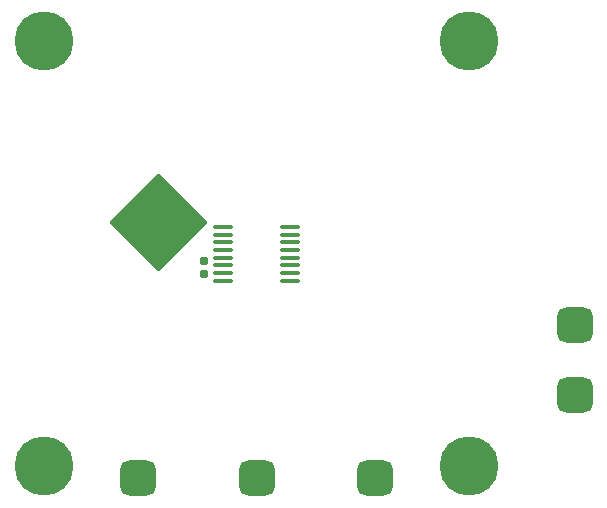
<source format=gbr>
%TF.GenerationSoftware,KiCad,Pcbnew,9.0.1*%
%TF.CreationDate,2025-04-08T03:40:33+08:00*%
%TF.ProjectId,CawDrive,43617744-7269-4766-952e-6b696361645f,rev?*%
%TF.SameCoordinates,Original*%
%TF.FileFunction,Soldermask,Bot*%
%TF.FilePolarity,Negative*%
%FSLAX46Y46*%
G04 Gerber Fmt 4.6, Leading zero omitted, Abs format (unit mm)*
G04 Created by KiCad (PCBNEW 9.0.1) date 2025-04-08 03:40:33*
%MOMM*%
%LPD*%
G01*
G04 APERTURE LIST*
G04 Aperture macros list*
%AMRoundRect*
0 Rectangle with rounded corners*
0 $1 Rounding radius*
0 $2 $3 $4 $5 $6 $7 $8 $9 X,Y pos of 4 corners*
0 Add a 4 corners polygon primitive as box body*
4,1,4,$2,$3,$4,$5,$6,$7,$8,$9,$2,$3,0*
0 Add four circle primitives for the rounded corners*
1,1,$1+$1,$2,$3*
1,1,$1+$1,$4,$5*
1,1,$1+$1,$6,$7*
1,1,$1+$1,$8,$9*
0 Add four rect primitives between the rounded corners*
20,1,$1+$1,$2,$3,$4,$5,0*
20,1,$1+$1,$4,$5,$6,$7,0*
20,1,$1+$1,$6,$7,$8,$9,0*
20,1,$1+$1,$8,$9,$2,$3,0*%
G04 Aperture macros list end*
%ADD10RoundRect,0.155000X-0.155000X0.212500X-0.155000X-0.212500X0.155000X-0.212500X0.155000X0.212500X0*%
%ADD11RoundRect,0.750000X-0.750000X-0.750000X0.750000X-0.750000X0.750000X0.750000X-0.750000X0.750000X0*%
%ADD12C,0.800000*%
%ADD13C,5.000000*%
%ADD14O,1.731000X0.343000*%
G04 APERTURE END LIST*
D10*
%TO.C,C18*%
X136525000Y-89602500D03*
X136525000Y-90737500D03*
%TD*%
D11*
%TO.C,H8*%
X168000000Y-95000000D03*
%TD*%
D12*
%TO.C,H2*%
X157125000Y-71000000D03*
X157674175Y-69674175D03*
X157674175Y-72325825D03*
X159000000Y-69125000D03*
D13*
X159000000Y-71000000D03*
D12*
X159000000Y-72875000D03*
X160325825Y-69674175D03*
X160325825Y-72325825D03*
X160875000Y-71000000D03*
%TD*%
D11*
%TO.C,H6*%
X141000000Y-108000000D03*
%TD*%
D12*
%TO.C,H4*%
X121125000Y-107000000D03*
X121674175Y-105674175D03*
X121674175Y-108325825D03*
X123000000Y-105125000D03*
D13*
X123000000Y-107000000D03*
D12*
X123000000Y-108875000D03*
X124325825Y-105674175D03*
X124325825Y-108325825D03*
X124875000Y-107000000D03*
%TD*%
D11*
%TO.C,H7*%
X151000000Y-108000000D03*
%TD*%
%TO.C,H9*%
X168000000Y-101000000D03*
%TD*%
D12*
%TO.C,H1*%
X121125000Y-71000000D03*
X121674175Y-69674175D03*
X121674175Y-72325825D03*
X123000000Y-69125000D03*
D13*
X123000000Y-71000000D03*
D12*
X123000000Y-72875000D03*
X124325825Y-69674175D03*
X124325825Y-72325825D03*
X124875000Y-71000000D03*
%TD*%
%TO.C,H3*%
X157125000Y-107000000D03*
X157674175Y-105674175D03*
X157674175Y-108325825D03*
X159000000Y-105125000D03*
D13*
X159000000Y-107000000D03*
D12*
X159000000Y-108875000D03*
X160325825Y-105674175D03*
X160325825Y-108325825D03*
X160875000Y-107000000D03*
%TD*%
D11*
%TO.C,H5*%
X131000000Y-108000000D03*
%TD*%
D14*
%TO.C,U9*%
X143861400Y-86726600D03*
X143861400Y-87376600D03*
X143861400Y-88026600D03*
X143861400Y-88676600D03*
X143861400Y-89326600D03*
X143861400Y-89976600D03*
X143861400Y-90626600D03*
X143861400Y-91276600D03*
X138129400Y-91276600D03*
X138129400Y-90626600D03*
X138129400Y-89976600D03*
X138129400Y-89326600D03*
X138129400Y-88676600D03*
X138129400Y-88026600D03*
X138129400Y-87376600D03*
X138129400Y-86726600D03*
%TD*%
G36*
X132742806Y-82209707D02*
G01*
X132787677Y-82238734D01*
X136763882Y-86262845D01*
X136796999Y-86324368D01*
X136791597Y-86394028D01*
X136763882Y-86437155D01*
X132787677Y-90461265D01*
X132726555Y-90495116D01*
X132656835Y-90490549D01*
X132611791Y-90461791D01*
X128587681Y-86437681D01*
X128554196Y-86376358D01*
X128559180Y-86306666D01*
X128587681Y-86262319D01*
X132611791Y-82238208D01*
X132673114Y-82204723D01*
X132742806Y-82209707D01*
G37*
M02*

</source>
